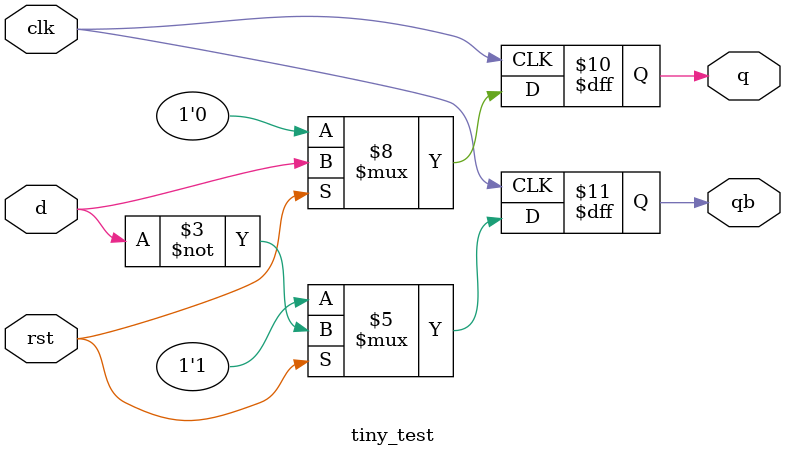
<source format=v>
`default_nettype none

module user_proj_example (
`ifdef USE_POWER_PINS
    inout wire vccd1,    // User area 1 1.8V supply
    inout wire vssd1,    // User area 1 digital ground
`endif

    // Wishbone clock input
    input wire wb_clk_i,

    // Logic Analyzer Signals
    input wire la_data_in,   // Single bit input
    output wire [127:0] la_data_out  // 128-bit output, but we only drive the first 2 bits
);

    reg la_data_in_delayed;  // Register for introducing delay

    // Introduce delay on la_data_in using an always block
    always @(posedge wb_clk_i) begin
        la_data_in_delayed <= la_data_in;  // Delay la_data_in by one clock cycle
    end

    tiny_test counter(
        .clk(wb_clk_i),      // Use wb_clk_i as the clock signal
        .rst(1'b0),          // Hardwire reset to 0 if you don't need a reset signal
        .d(la_data_in_delayed),      // Input data is la_data_in
        .q(la_data_out[0]),  // Output q
        .qb(la_data_out[1])  // Output qb
    );

    // Set remaining bits of la_data_out to high impedance to avoid shorts
    assign la_data_out[127:2] = {126{1'bz}};

endmodule

module tiny_test (
    input wire clk,
    input wire d,
    input wire rst,
    output reg q,
    output reg qb
);

    always @(posedge clk) begin
        if (!rst) begin
            q <= 0;
            qb <= 1;  // Reset q and qb explicitly
        end
        else begin
            q <= d;
            qb <= ~d;  // Complement of d
        end
    end
endmodule
`default_nettype wire

</source>
